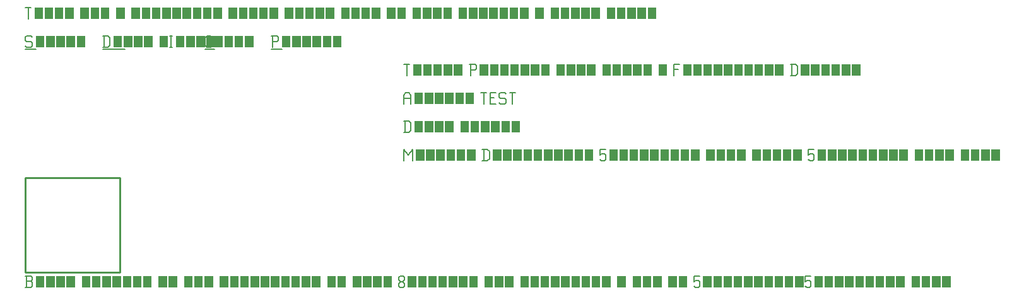
<source format=gbr>
G04 start of page 4 for group -1 layer_idx 268435461 *
G04 Title: Polygons with holes, <virtual group> *
G04 Creator: <version>
G04 CreationDate: <date>
G04 For: TEST *
G04 Format: Gerber/RS-274X *
G04 PCB-Dimensions: 50000 50000 *
G04 PCB-Coordinate-Origin: lower left *
%MOIN*%
%FSLAX25Y25*%
%LNLOGICAL_VIRTUAL_FAB_NONE*%
%ADD15C,0.0100*%
%ADD14C,0.0001*%
%ADD13C,0.0060*%
G54D13*X3000Y125000D02*X3750Y124250D01*
X750Y125000D02*X3000D01*
X0Y124250D02*X750Y125000D01*
X0Y124250D02*Y122750D01*
X750Y122000D01*
X3000D01*
X3750Y121250D01*
Y119750D01*
X3000Y119000D02*X3750Y119750D01*
X750Y119000D02*X3000D01*
X0Y119750D02*X750Y119000D01*
G54D14*G36*
X5550Y125000D02*X10050D01*
Y119000D01*
X5550D01*
Y125000D01*
G37*
G36*
X10950D02*X15450D01*
Y119000D01*
X10950D01*
Y125000D01*
G37*
G36*
X16350D02*X20850D01*
Y119000D01*
X16350D01*
Y125000D01*
G37*
G36*
X21750D02*X26250D01*
Y119000D01*
X21750D01*
Y125000D01*
G37*
G36*
X27150D02*X31650D01*
Y119000D01*
X27150D01*
Y125000D01*
G37*
G54D13*X0Y118000D02*X5550D01*
X41750Y125000D02*Y119000D01*
X43700Y125000D02*X44750Y123950D01*
Y120050D01*
X43700Y119000D02*X44750Y120050D01*
X41000Y119000D02*X43700D01*
X41000Y125000D02*X43700D01*
G54D14*G36*
X46550D02*X51050D01*
Y119000D01*
X46550D01*
Y125000D01*
G37*
G36*
X51950D02*X56450D01*
Y119000D01*
X51950D01*
Y125000D01*
G37*
G36*
X57350D02*X61850D01*
Y119000D01*
X57350D01*
Y125000D01*
G37*
G36*
X62750D02*X67250D01*
Y119000D01*
X62750D01*
Y125000D01*
G37*
G36*
X70850D02*X75350D01*
Y119000D01*
X70850D01*
Y125000D01*
G37*
G54D13*X76250D02*X77750D01*
X77000D02*Y119000D01*
X76250D02*X77750D01*
G54D14*G36*
X79550Y125000D02*X84050D01*
Y119000D01*
X79550D01*
Y125000D01*
G37*
G36*
X84950D02*X89450D01*
Y119000D01*
X84950D01*
Y125000D01*
G37*
G36*
X90350D02*X94850D01*
Y119000D01*
X90350D01*
Y125000D01*
G37*
G36*
X95750D02*X100250D01*
Y119000D01*
X95750D01*
Y125000D01*
G37*
G54D13*X41000Y118000D02*X52550D01*
X96050Y119000D02*X98000D01*
X95000Y120050D02*X96050Y119000D01*
X95000Y123950D02*Y120050D01*
Y123950D02*X96050Y125000D01*
X98000D01*
G54D14*G36*
X99800D02*X104300D01*
Y119000D01*
X99800D01*
Y125000D01*
G37*
G36*
X105200D02*X109700D01*
Y119000D01*
X105200D01*
Y125000D01*
G37*
G36*
X110600D02*X115100D01*
Y119000D01*
X110600D01*
Y125000D01*
G37*
G36*
X116000D02*X120500D01*
Y119000D01*
X116000D01*
Y125000D01*
G37*
G54D13*X95000Y118000D02*X99800D01*
X130750Y125000D02*Y119000D01*
X130000Y125000D02*X133000D01*
X133750Y124250D01*
Y122750D01*
X133000Y122000D02*X133750Y122750D01*
X130750Y122000D02*X133000D01*
G54D14*G36*
X135550Y125000D02*X140050D01*
Y119000D01*
X135550D01*
Y125000D01*
G37*
G36*
X140950D02*X145450D01*
Y119000D01*
X140950D01*
Y125000D01*
G37*
G36*
X146350D02*X150850D01*
Y119000D01*
X146350D01*
Y125000D01*
G37*
G36*
X151750D02*X156250D01*
Y119000D01*
X151750D01*
Y125000D01*
G37*
G36*
X157150D02*X161650D01*
Y119000D01*
X157150D01*
Y125000D01*
G37*
G36*
X162550D02*X167050D01*
Y119000D01*
X162550D01*
Y125000D01*
G37*
G54D13*X130000Y118000D02*X135550D01*
X0Y140000D02*X3000D01*
X1500D02*Y134000D01*
G54D14*G36*
X4800Y140000D02*X9300D01*
Y134000D01*
X4800D01*
Y140000D01*
G37*
G36*
X10200D02*X14700D01*
Y134000D01*
X10200D01*
Y140000D01*
G37*
G36*
X15600D02*X20100D01*
Y134000D01*
X15600D01*
Y140000D01*
G37*
G36*
X21000D02*X25500D01*
Y134000D01*
X21000D01*
Y140000D01*
G37*
G36*
X29100D02*X33600D01*
Y134000D01*
X29100D01*
Y140000D01*
G37*
G36*
X34500D02*X39000D01*
Y134000D01*
X34500D01*
Y140000D01*
G37*
G36*
X39900D02*X44400D01*
Y134000D01*
X39900D01*
Y140000D01*
G37*
G36*
X48000D02*X52500D01*
Y134000D01*
X48000D01*
Y140000D01*
G37*
G36*
X56100D02*X60600D01*
Y134000D01*
X56100D01*
Y140000D01*
G37*
G36*
X61500D02*X66000D01*
Y134000D01*
X61500D01*
Y140000D01*
G37*
G36*
X66900D02*X71400D01*
Y134000D01*
X66900D01*
Y140000D01*
G37*
G36*
X72300D02*X76800D01*
Y134000D01*
X72300D01*
Y140000D01*
G37*
G36*
X77700D02*X82200D01*
Y134000D01*
X77700D01*
Y140000D01*
G37*
G36*
X83100D02*X87600D01*
Y134000D01*
X83100D01*
Y140000D01*
G37*
G36*
X88500D02*X93000D01*
Y134000D01*
X88500D01*
Y140000D01*
G37*
G36*
X93900D02*X98400D01*
Y134000D01*
X93900D01*
Y140000D01*
G37*
G36*
X99300D02*X103800D01*
Y134000D01*
X99300D01*
Y140000D01*
G37*
G36*
X107400D02*X111900D01*
Y134000D01*
X107400D01*
Y140000D01*
G37*
G36*
X112800D02*X117300D01*
Y134000D01*
X112800D01*
Y140000D01*
G37*
G36*
X118200D02*X122700D01*
Y134000D01*
X118200D01*
Y140000D01*
G37*
G36*
X123600D02*X128100D01*
Y134000D01*
X123600D01*
Y140000D01*
G37*
G36*
X129000D02*X133500D01*
Y134000D01*
X129000D01*
Y140000D01*
G37*
G36*
X137100D02*X141600D01*
Y134000D01*
X137100D01*
Y140000D01*
G37*
G36*
X142500D02*X147000D01*
Y134000D01*
X142500D01*
Y140000D01*
G37*
G36*
X147900D02*X152400D01*
Y134000D01*
X147900D01*
Y140000D01*
G37*
G36*
X153300D02*X157800D01*
Y134000D01*
X153300D01*
Y140000D01*
G37*
G36*
X158700D02*X163200D01*
Y134000D01*
X158700D01*
Y140000D01*
G37*
G36*
X166800D02*X171300D01*
Y134000D01*
X166800D01*
Y140000D01*
G37*
G36*
X172200D02*X176700D01*
Y134000D01*
X172200D01*
Y140000D01*
G37*
G36*
X177600D02*X182100D01*
Y134000D01*
X177600D01*
Y140000D01*
G37*
G36*
X183000D02*X187500D01*
Y134000D01*
X183000D01*
Y140000D01*
G37*
G36*
X191100D02*X195600D01*
Y134000D01*
X191100D01*
Y140000D01*
G37*
G36*
X196500D02*X201000D01*
Y134000D01*
X196500D01*
Y140000D01*
G37*
G36*
X204600D02*X209100D01*
Y134000D01*
X204600D01*
Y140000D01*
G37*
G36*
X210000D02*X214500D01*
Y134000D01*
X210000D01*
Y140000D01*
G37*
G36*
X215400D02*X219900D01*
Y134000D01*
X215400D01*
Y140000D01*
G37*
G36*
X220800D02*X225300D01*
Y134000D01*
X220800D01*
Y140000D01*
G37*
G36*
X228900D02*X233400D01*
Y134000D01*
X228900D01*
Y140000D01*
G37*
G36*
X234300D02*X238800D01*
Y134000D01*
X234300D01*
Y140000D01*
G37*
G36*
X239700D02*X244200D01*
Y134000D01*
X239700D01*
Y140000D01*
G37*
G36*
X245100D02*X249600D01*
Y134000D01*
X245100D01*
Y140000D01*
G37*
G36*
X250500D02*X255000D01*
Y134000D01*
X250500D01*
Y140000D01*
G37*
G36*
X255900D02*X260400D01*
Y134000D01*
X255900D01*
Y140000D01*
G37*
G36*
X261300D02*X265800D01*
Y134000D01*
X261300D01*
Y140000D01*
G37*
G36*
X269400D02*X273900D01*
Y134000D01*
X269400D01*
Y140000D01*
G37*
G36*
X277500D02*X282000D01*
Y134000D01*
X277500D01*
Y140000D01*
G37*
G36*
X282900D02*X287400D01*
Y134000D01*
X282900D01*
Y140000D01*
G37*
G36*
X288300D02*X292800D01*
Y134000D01*
X288300D01*
Y140000D01*
G37*
G36*
X293700D02*X298200D01*
Y134000D01*
X293700D01*
Y140000D01*
G37*
G36*
X299100D02*X303600D01*
Y134000D01*
X299100D01*
Y140000D01*
G37*
G36*
X307200D02*X311700D01*
Y134000D01*
X307200D01*
Y140000D01*
G37*
G36*
X312600D02*X317100D01*
Y134000D01*
X312600D01*
Y140000D01*
G37*
G36*
X318000D02*X322500D01*
Y134000D01*
X318000D01*
Y140000D01*
G37*
G36*
X323400D02*X327900D01*
Y134000D01*
X323400D01*
Y140000D01*
G37*
G36*
X328800D02*X333300D01*
Y134000D01*
X328800D01*
Y140000D01*
G37*
G54D15*X0Y50000D02*X50000D01*
X0D02*Y0D01*
X50000Y50000D02*Y0D01*
X0D02*X50000D01*
G54D13*X200000Y65000D02*Y59000D01*
Y65000D02*X202250Y62000D01*
X204500Y65000D01*
Y59000D01*
G54D14*G36*
X206300Y65000D02*X210800D01*
Y59000D01*
X206300D01*
Y65000D01*
G37*
G36*
X211700D02*X216200D01*
Y59000D01*
X211700D01*
Y65000D01*
G37*
G36*
X217100D02*X221600D01*
Y59000D01*
X217100D01*
Y65000D01*
G37*
G36*
X222500D02*X227000D01*
Y59000D01*
X222500D01*
Y65000D01*
G37*
G36*
X227900D02*X232400D01*
Y59000D01*
X227900D01*
Y65000D01*
G37*
G36*
X233300D02*X237800D01*
Y59000D01*
X233300D01*
Y65000D01*
G37*
G54D13*X242150D02*Y59000D01*
X244100Y65000D02*X245150Y63950D01*
Y60050D01*
X244100Y59000D02*X245150Y60050D01*
X241400Y59000D02*X244100D01*
X241400Y65000D02*X244100D01*
G54D14*G36*
X246950D02*X251450D01*
Y59000D01*
X246950D01*
Y65000D01*
G37*
G36*
X252350D02*X256850D01*
Y59000D01*
X252350D01*
Y65000D01*
G37*
G36*
X257750D02*X262250D01*
Y59000D01*
X257750D01*
Y65000D01*
G37*
G36*
X263150D02*X267650D01*
Y59000D01*
X263150D01*
Y65000D01*
G37*
G36*
X268550D02*X273050D01*
Y59000D01*
X268550D01*
Y65000D01*
G37*
G36*
X273950D02*X278450D01*
Y59000D01*
X273950D01*
Y65000D01*
G37*
G36*
X279350D02*X283850D01*
Y59000D01*
X279350D01*
Y65000D01*
G37*
G36*
X284750D02*X289250D01*
Y59000D01*
X284750D01*
Y65000D01*
G37*
G36*
X290150D02*X294650D01*
Y59000D01*
X290150D01*
Y65000D01*
G37*
G36*
X295550D02*X300050D01*
Y59000D01*
X295550D01*
Y65000D01*
G37*
G54D13*X303650D02*X306650D01*
X303650D02*Y62000D01*
X304400Y62750D01*
X305900D01*
X306650Y62000D01*
Y59750D01*
X305900Y59000D02*X306650Y59750D01*
X304400Y59000D02*X305900D01*
X303650Y59750D02*X304400Y59000D01*
G54D14*G36*
X308450Y65000D02*X312950D01*
Y59000D01*
X308450D01*
Y65000D01*
G37*
G36*
X313850D02*X318350D01*
Y59000D01*
X313850D01*
Y65000D01*
G37*
G36*
X319250D02*X323750D01*
Y59000D01*
X319250D01*
Y65000D01*
G37*
G36*
X324650D02*X329150D01*
Y59000D01*
X324650D01*
Y65000D01*
G37*
G36*
X330050D02*X334550D01*
Y59000D01*
X330050D01*
Y65000D01*
G37*
G36*
X335450D02*X339950D01*
Y59000D01*
X335450D01*
Y65000D01*
G37*
G36*
X340850D02*X345350D01*
Y59000D01*
X340850D01*
Y65000D01*
G37*
G36*
X346250D02*X350750D01*
Y59000D01*
X346250D01*
Y65000D01*
G37*
G36*
X351650D02*X356150D01*
Y59000D01*
X351650D01*
Y65000D01*
G37*
G36*
X359750D02*X364250D01*
Y59000D01*
X359750D01*
Y65000D01*
G37*
G36*
X365150D02*X369650D01*
Y59000D01*
X365150D01*
Y65000D01*
G37*
G36*
X370550D02*X375050D01*
Y59000D01*
X370550D01*
Y65000D01*
G37*
G36*
X375950D02*X380450D01*
Y59000D01*
X375950D01*
Y65000D01*
G37*
G36*
X384050D02*X388550D01*
Y59000D01*
X384050D01*
Y65000D01*
G37*
G36*
X389450D02*X393950D01*
Y59000D01*
X389450D01*
Y65000D01*
G37*
G36*
X394850D02*X399350D01*
Y59000D01*
X394850D01*
Y65000D01*
G37*
G36*
X400250D02*X404750D01*
Y59000D01*
X400250D01*
Y65000D01*
G37*
G36*
X405650D02*X410150D01*
Y59000D01*
X405650D01*
Y65000D01*
G37*
G54D13*X413750D02*X416750D01*
X413750D02*Y62000D01*
X414500Y62750D01*
X416000D01*
X416750Y62000D01*
Y59750D01*
X416000Y59000D02*X416750Y59750D01*
X414500Y59000D02*X416000D01*
X413750Y59750D02*X414500Y59000D01*
G54D14*G36*
X418550Y65000D02*X423050D01*
Y59000D01*
X418550D01*
Y65000D01*
G37*
G36*
X423950D02*X428450D01*
Y59000D01*
X423950D01*
Y65000D01*
G37*
G36*
X429350D02*X433850D01*
Y59000D01*
X429350D01*
Y65000D01*
G37*
G36*
X434750D02*X439250D01*
Y59000D01*
X434750D01*
Y65000D01*
G37*
G36*
X440150D02*X444650D01*
Y59000D01*
X440150D01*
Y65000D01*
G37*
G36*
X445550D02*X450050D01*
Y59000D01*
X445550D01*
Y65000D01*
G37*
G36*
X450950D02*X455450D01*
Y59000D01*
X450950D01*
Y65000D01*
G37*
G36*
X456350D02*X460850D01*
Y59000D01*
X456350D01*
Y65000D01*
G37*
G36*
X461750D02*X466250D01*
Y59000D01*
X461750D01*
Y65000D01*
G37*
G36*
X469850D02*X474350D01*
Y59000D01*
X469850D01*
Y65000D01*
G37*
G36*
X475250D02*X479750D01*
Y59000D01*
X475250D01*
Y65000D01*
G37*
G36*
X480650D02*X485150D01*
Y59000D01*
X480650D01*
Y65000D01*
G37*
G36*
X486050D02*X490550D01*
Y59000D01*
X486050D01*
Y65000D01*
G37*
G36*
X494150D02*X498650D01*
Y59000D01*
X494150D01*
Y65000D01*
G37*
G36*
X499550D02*X504050D01*
Y59000D01*
X499550D01*
Y65000D01*
G37*
G36*
X504950D02*X509450D01*
Y59000D01*
X504950D01*
Y65000D01*
G37*
G36*
X510350D02*X514850D01*
Y59000D01*
X510350D01*
Y65000D01*
G37*
G54D13*X0Y-8000D02*X3000D01*
X3750Y-7250D01*
Y-5450D02*Y-7250D01*
X3000Y-4700D02*X3750Y-5450D01*
X750Y-4700D02*X3000D01*
X750Y-2000D02*Y-8000D01*
X0Y-2000D02*X3000D01*
X3750Y-2750D01*
Y-3950D01*
X3000Y-4700D02*X3750Y-3950D01*
G54D14*G36*
X5550Y-2000D02*X10050D01*
Y-8000D01*
X5550D01*
Y-2000D01*
G37*
G36*
X10950D02*X15450D01*
Y-8000D01*
X10950D01*
Y-2000D01*
G37*
G36*
X16350D02*X20850D01*
Y-8000D01*
X16350D01*
Y-2000D01*
G37*
G36*
X21750D02*X26250D01*
Y-8000D01*
X21750D01*
Y-2000D01*
G37*
G36*
X29850D02*X34350D01*
Y-8000D01*
X29850D01*
Y-2000D01*
G37*
G36*
X35250D02*X39750D01*
Y-8000D01*
X35250D01*
Y-2000D01*
G37*
G36*
X40650D02*X45150D01*
Y-8000D01*
X40650D01*
Y-2000D01*
G37*
G36*
X46050D02*X50550D01*
Y-8000D01*
X46050D01*
Y-2000D01*
G37*
G36*
X51450D02*X55950D01*
Y-8000D01*
X51450D01*
Y-2000D01*
G37*
G36*
X56850D02*X61350D01*
Y-8000D01*
X56850D01*
Y-2000D01*
G37*
G36*
X62250D02*X66750D01*
Y-8000D01*
X62250D01*
Y-2000D01*
G37*
G36*
X70350D02*X74850D01*
Y-8000D01*
X70350D01*
Y-2000D01*
G37*
G36*
X75750D02*X80250D01*
Y-8000D01*
X75750D01*
Y-2000D01*
G37*
G36*
X83850D02*X88350D01*
Y-8000D01*
X83850D01*
Y-2000D01*
G37*
G36*
X89250D02*X93750D01*
Y-8000D01*
X89250D01*
Y-2000D01*
G37*
G36*
X94650D02*X99150D01*
Y-8000D01*
X94650D01*
Y-2000D01*
G37*
G36*
X102750D02*X107250D01*
Y-8000D01*
X102750D01*
Y-2000D01*
G37*
G36*
X108150D02*X112650D01*
Y-8000D01*
X108150D01*
Y-2000D01*
G37*
G36*
X113550D02*X118050D01*
Y-8000D01*
X113550D01*
Y-2000D01*
G37*
G36*
X118950D02*X123450D01*
Y-8000D01*
X118950D01*
Y-2000D01*
G37*
G36*
X124350D02*X128850D01*
Y-8000D01*
X124350D01*
Y-2000D01*
G37*
G36*
X129750D02*X134250D01*
Y-8000D01*
X129750D01*
Y-2000D01*
G37*
G36*
X135150D02*X139650D01*
Y-8000D01*
X135150D01*
Y-2000D01*
G37*
G36*
X140550D02*X145050D01*
Y-8000D01*
X140550D01*
Y-2000D01*
G37*
G36*
X145950D02*X150450D01*
Y-8000D01*
X145950D01*
Y-2000D01*
G37*
G36*
X151350D02*X155850D01*
Y-8000D01*
X151350D01*
Y-2000D01*
G37*
G36*
X159450D02*X163950D01*
Y-8000D01*
X159450D01*
Y-2000D01*
G37*
G36*
X164850D02*X169350D01*
Y-8000D01*
X164850D01*
Y-2000D01*
G37*
G36*
X172950D02*X177450D01*
Y-8000D01*
X172950D01*
Y-2000D01*
G37*
G36*
X178350D02*X182850D01*
Y-8000D01*
X178350D01*
Y-2000D01*
G37*
G36*
X183750D02*X188250D01*
Y-8000D01*
X183750D01*
Y-2000D01*
G37*
G36*
X189150D02*X193650D01*
Y-8000D01*
X189150D01*
Y-2000D01*
G37*
G54D13*X197250Y-7250D02*X198000Y-8000D01*
X197250Y-6050D02*Y-7250D01*
Y-6050D02*X198300Y-5000D01*
X199200D01*
X200250Y-6050D01*
Y-7250D01*
X199500Y-8000D02*X200250Y-7250D01*
X198000Y-8000D02*X199500D01*
X197250Y-3950D02*X198300Y-5000D01*
X197250Y-2750D02*Y-3950D01*
Y-2750D02*X198000Y-2000D01*
X199500D01*
X200250Y-2750D01*
Y-3950D01*
X199200Y-5000D02*X200250Y-3950D01*
G54D14*G36*
X202050Y-2000D02*X206550D01*
Y-8000D01*
X202050D01*
Y-2000D01*
G37*
G36*
X207450D02*X211950D01*
Y-8000D01*
X207450D01*
Y-2000D01*
G37*
G36*
X212850D02*X217350D01*
Y-8000D01*
X212850D01*
Y-2000D01*
G37*
G36*
X218250D02*X222750D01*
Y-8000D01*
X218250D01*
Y-2000D01*
G37*
G36*
X223650D02*X228150D01*
Y-8000D01*
X223650D01*
Y-2000D01*
G37*
G36*
X229050D02*X233550D01*
Y-8000D01*
X229050D01*
Y-2000D01*
G37*
G36*
X234450D02*X238950D01*
Y-8000D01*
X234450D01*
Y-2000D01*
G37*
G36*
X242550D02*X247050D01*
Y-8000D01*
X242550D01*
Y-2000D01*
G37*
G36*
X247950D02*X252450D01*
Y-8000D01*
X247950D01*
Y-2000D01*
G37*
G36*
X253350D02*X257850D01*
Y-8000D01*
X253350D01*
Y-2000D01*
G37*
G36*
X261450D02*X265950D01*
Y-8000D01*
X261450D01*
Y-2000D01*
G37*
G36*
X266850D02*X271350D01*
Y-8000D01*
X266850D01*
Y-2000D01*
G37*
G36*
X272250D02*X276750D01*
Y-8000D01*
X272250D01*
Y-2000D01*
G37*
G36*
X277650D02*X282150D01*
Y-8000D01*
X277650D01*
Y-2000D01*
G37*
G36*
X283050D02*X287550D01*
Y-8000D01*
X283050D01*
Y-2000D01*
G37*
G36*
X288450D02*X292950D01*
Y-8000D01*
X288450D01*
Y-2000D01*
G37*
G36*
X293850D02*X298350D01*
Y-8000D01*
X293850D01*
Y-2000D01*
G37*
G36*
X299250D02*X303750D01*
Y-8000D01*
X299250D01*
Y-2000D01*
G37*
G36*
X304650D02*X309150D01*
Y-8000D01*
X304650D01*
Y-2000D01*
G37*
G36*
X312750D02*X317250D01*
Y-8000D01*
X312750D01*
Y-2000D01*
G37*
G36*
X320850D02*X325350D01*
Y-8000D01*
X320850D01*
Y-2000D01*
G37*
G36*
X326250D02*X330750D01*
Y-8000D01*
X326250D01*
Y-2000D01*
G37*
G36*
X331650D02*X336150D01*
Y-8000D01*
X331650D01*
Y-2000D01*
G37*
G36*
X339750D02*X344250D01*
Y-8000D01*
X339750D01*
Y-2000D01*
G37*
G36*
X345150D02*X349650D01*
Y-8000D01*
X345150D01*
Y-2000D01*
G37*
G54D13*X353250D02*X356250D01*
X353250D02*Y-5000D01*
X354000Y-4250D01*
X355500D01*
X356250Y-5000D01*
Y-7250D01*
X355500Y-8000D02*X356250Y-7250D01*
X354000Y-8000D02*X355500D01*
X353250Y-7250D02*X354000Y-8000D01*
G54D14*G36*
X358050Y-2000D02*X362550D01*
Y-8000D01*
X358050D01*
Y-2000D01*
G37*
G36*
X363450D02*X367950D01*
Y-8000D01*
X363450D01*
Y-2000D01*
G37*
G36*
X368850D02*X373350D01*
Y-8000D01*
X368850D01*
Y-2000D01*
G37*
G36*
X374250D02*X378750D01*
Y-8000D01*
X374250D01*
Y-2000D01*
G37*
G36*
X379650D02*X384150D01*
Y-8000D01*
X379650D01*
Y-2000D01*
G37*
G36*
X385050D02*X389550D01*
Y-8000D01*
X385050D01*
Y-2000D01*
G37*
G36*
X390450D02*X394950D01*
Y-8000D01*
X390450D01*
Y-2000D01*
G37*
G36*
X395850D02*X400350D01*
Y-8000D01*
X395850D01*
Y-2000D01*
G37*
G36*
X401250D02*X405750D01*
Y-8000D01*
X401250D01*
Y-2000D01*
G37*
G36*
X406650D02*X411150D01*
Y-8000D01*
X406650D01*
Y-2000D01*
G37*
G54D13*X412050D02*X415050D01*
X412050D02*Y-5000D01*
X412800Y-4250D01*
X414300D01*
X415050Y-5000D01*
Y-7250D01*
X414300Y-8000D02*X415050Y-7250D01*
X412800Y-8000D02*X414300D01*
X412050Y-7250D02*X412800Y-8000D01*
G54D14*G36*
X416850Y-2000D02*X421350D01*
Y-8000D01*
X416850D01*
Y-2000D01*
G37*
G36*
X422250D02*X426750D01*
Y-8000D01*
X422250D01*
Y-2000D01*
G37*
G36*
X427650D02*X432150D01*
Y-8000D01*
X427650D01*
Y-2000D01*
G37*
G36*
X433050D02*X437550D01*
Y-8000D01*
X433050D01*
Y-2000D01*
G37*
G36*
X438450D02*X442950D01*
Y-8000D01*
X438450D01*
Y-2000D01*
G37*
G36*
X443850D02*X448350D01*
Y-8000D01*
X443850D01*
Y-2000D01*
G37*
G36*
X449250D02*X453750D01*
Y-8000D01*
X449250D01*
Y-2000D01*
G37*
G36*
X454650D02*X459150D01*
Y-8000D01*
X454650D01*
Y-2000D01*
G37*
G36*
X460050D02*X464550D01*
Y-8000D01*
X460050D01*
Y-2000D01*
G37*
G36*
X468150D02*X472650D01*
Y-8000D01*
X468150D01*
Y-2000D01*
G37*
G36*
X473550D02*X478050D01*
Y-8000D01*
X473550D01*
Y-2000D01*
G37*
G36*
X478950D02*X483450D01*
Y-8000D01*
X478950D01*
Y-2000D01*
G37*
G36*
X484350D02*X488850D01*
Y-8000D01*
X484350D01*
Y-2000D01*
G37*
G54D13*X200750Y80000D02*Y74000D01*
X202700Y80000D02*X203750Y78950D01*
Y75050D01*
X202700Y74000D02*X203750Y75050D01*
X200000Y74000D02*X202700D01*
X200000Y80000D02*X202700D01*
G54D14*G36*
X205550D02*X210050D01*
Y74000D01*
X205550D01*
Y80000D01*
G37*
G36*
X210950D02*X215450D01*
Y74000D01*
X210950D01*
Y80000D01*
G37*
G36*
X216350D02*X220850D01*
Y74000D01*
X216350D01*
Y80000D01*
G37*
G36*
X221750D02*X226250D01*
Y74000D01*
X221750D01*
Y80000D01*
G37*
G36*
X229850D02*X234350D01*
Y74000D01*
X229850D01*
Y80000D01*
G37*
G36*
X235250D02*X239750D01*
Y74000D01*
X235250D01*
Y80000D01*
G37*
G36*
X240650D02*X245150D01*
Y74000D01*
X240650D01*
Y80000D01*
G37*
G36*
X246050D02*X250550D01*
Y74000D01*
X246050D01*
Y80000D01*
G37*
G36*
X251450D02*X255950D01*
Y74000D01*
X251450D01*
Y80000D01*
G37*
G36*
X256850D02*X261350D01*
Y74000D01*
X256850D01*
Y80000D01*
G37*
G54D13*X200000Y93500D02*Y89000D01*
Y93500D02*X201050Y95000D01*
X202700D01*
X203750Y93500D01*
Y89000D01*
X200000Y92000D02*X203750D01*
G54D14*G36*
X205550Y95000D02*X210050D01*
Y89000D01*
X205550D01*
Y95000D01*
G37*
G36*
X210950D02*X215450D01*
Y89000D01*
X210950D01*
Y95000D01*
G37*
G36*
X216350D02*X220850D01*
Y89000D01*
X216350D01*
Y95000D01*
G37*
G36*
X221750D02*X226250D01*
Y89000D01*
X221750D01*
Y95000D01*
G37*
G36*
X227150D02*X231650D01*
Y89000D01*
X227150D01*
Y95000D01*
G37*
G36*
X232550D02*X237050D01*
Y89000D01*
X232550D01*
Y95000D01*
G37*
G54D13*X240650D02*X243650D01*
X242150D02*Y89000D01*
X245450Y92300D02*X247700D01*
X245450Y89000D02*X248450D01*
X245450Y95000D02*Y89000D01*
Y95000D02*X248450D01*
X253250D02*X254000Y94250D01*
X251000Y95000D02*X253250D01*
X250250Y94250D02*X251000Y95000D01*
X250250Y94250D02*Y92750D01*
X251000Y92000D01*
X253250D01*
X254000Y91250D01*
Y89750D01*
X253250Y89000D02*X254000Y89750D01*
X251000Y89000D02*X253250D01*
X250250Y89750D02*X251000Y89000D01*
X255800Y95000D02*X258800D01*
X257300D02*Y89000D01*
X200000Y110000D02*X203000D01*
X201500D02*Y104000D01*
G54D14*G36*
X204800Y110000D02*X209300D01*
Y104000D01*
X204800D01*
Y110000D01*
G37*
G36*
X210200D02*X214700D01*
Y104000D01*
X210200D01*
Y110000D01*
G37*
G36*
X215600D02*X220100D01*
Y104000D01*
X215600D01*
Y110000D01*
G37*
G36*
X221000D02*X225500D01*
Y104000D01*
X221000D01*
Y110000D01*
G37*
G36*
X226400D02*X230900D01*
Y104000D01*
X226400D01*
Y110000D01*
G37*
G54D13*X235250D02*Y104000D01*
X234500Y110000D02*X237500D01*
X238250Y109250D01*
Y107750D01*
X237500Y107000D02*X238250Y107750D01*
X235250Y107000D02*X237500D01*
G54D14*G36*
X240050Y110000D02*X244550D01*
Y104000D01*
X240050D01*
Y110000D01*
G37*
G36*
X245450D02*X249950D01*
Y104000D01*
X245450D01*
Y110000D01*
G37*
G36*
X250850D02*X255350D01*
Y104000D01*
X250850D01*
Y110000D01*
G37*
G36*
X256250D02*X260750D01*
Y104000D01*
X256250D01*
Y110000D01*
G37*
G36*
X261650D02*X266150D01*
Y104000D01*
X261650D01*
Y110000D01*
G37*
G36*
X267050D02*X271550D01*
Y104000D01*
X267050D01*
Y110000D01*
G37*
G36*
X272450D02*X276950D01*
Y104000D01*
X272450D01*
Y110000D01*
G37*
G36*
X280550D02*X285050D01*
Y104000D01*
X280550D01*
Y110000D01*
G37*
G36*
X285950D02*X290450D01*
Y104000D01*
X285950D01*
Y110000D01*
G37*
G36*
X291350D02*X295850D01*
Y104000D01*
X291350D01*
Y110000D01*
G37*
G36*
X296750D02*X301250D01*
Y104000D01*
X296750D01*
Y110000D01*
G37*
G36*
X304850D02*X309350D01*
Y104000D01*
X304850D01*
Y110000D01*
G37*
G36*
X310250D02*X314750D01*
Y104000D01*
X310250D01*
Y110000D01*
G37*
G36*
X315650D02*X320150D01*
Y104000D01*
X315650D01*
Y110000D01*
G37*
G36*
X321050D02*X325550D01*
Y104000D01*
X321050D01*
Y110000D01*
G37*
G36*
X326450D02*X330950D01*
Y104000D01*
X326450D01*
Y110000D01*
G37*
G36*
X334550D02*X339050D01*
Y104000D01*
X334550D01*
Y110000D01*
G37*
G54D13*X342650D02*Y104000D01*
Y110000D02*X345650D01*
X342650Y107300D02*X344900D01*
G54D14*G36*
X347450Y110000D02*X351950D01*
Y104000D01*
X347450D01*
Y110000D01*
G37*
G36*
X352850D02*X357350D01*
Y104000D01*
X352850D01*
Y110000D01*
G37*
G36*
X358250D02*X362750D01*
Y104000D01*
X358250D01*
Y110000D01*
G37*
G36*
X363650D02*X368150D01*
Y104000D01*
X363650D01*
Y110000D01*
G37*
G36*
X369050D02*X373550D01*
Y104000D01*
X369050D01*
Y110000D01*
G37*
G36*
X374450D02*X378950D01*
Y104000D01*
X374450D01*
Y110000D01*
G37*
G36*
X379850D02*X384350D01*
Y104000D01*
X379850D01*
Y110000D01*
G37*
G36*
X385250D02*X389750D01*
Y104000D01*
X385250D01*
Y110000D01*
G37*
G36*
X390650D02*X395150D01*
Y104000D01*
X390650D01*
Y110000D01*
G37*
G36*
X396050D02*X400550D01*
Y104000D01*
X396050D01*
Y110000D01*
G37*
G54D13*X404900D02*Y104000D01*
X406850Y110000D02*X407900Y108950D01*
Y105050D01*
X406850Y104000D02*X407900Y105050D01*
X404150Y104000D02*X406850D01*
X404150Y110000D02*X406850D01*
G54D14*G36*
X409700D02*X414200D01*
Y104000D01*
X409700D01*
Y110000D01*
G37*
G36*
X415100D02*X419600D01*
Y104000D01*
X415100D01*
Y110000D01*
G37*
G36*
X420500D02*X425000D01*
Y104000D01*
X420500D01*
Y110000D01*
G37*
G36*
X425900D02*X430400D01*
Y104000D01*
X425900D01*
Y110000D01*
G37*
G36*
X431300D02*X435800D01*
Y104000D01*
X431300D01*
Y110000D01*
G37*
G36*
X436700D02*X441200D01*
Y104000D01*
X436700D01*
Y110000D01*
G37*
M02*

</source>
